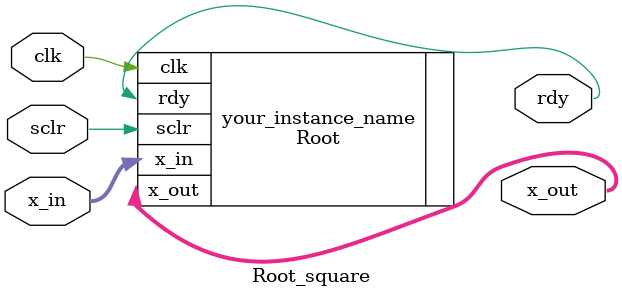
<source format=v>
`timescale 1ns / 1ns
module Root_square(x_in, x_out, rdy, clk, sclr
    );
	 
 input [19 : 0] x_in;
 output [10 : 0] x_out;
 output rdy;
 input clk;
 input sclr;


Root your_instance_name (
  .x_in(x_in), // input [19 : 0] x_in
  .x_out(x_out), // output [10 : 0] x_out
  .rdy(rdy), // output rdy
  .clk(clk), // input clk
  .sclr(sclr) // input sclr
);
endmodule

</source>
